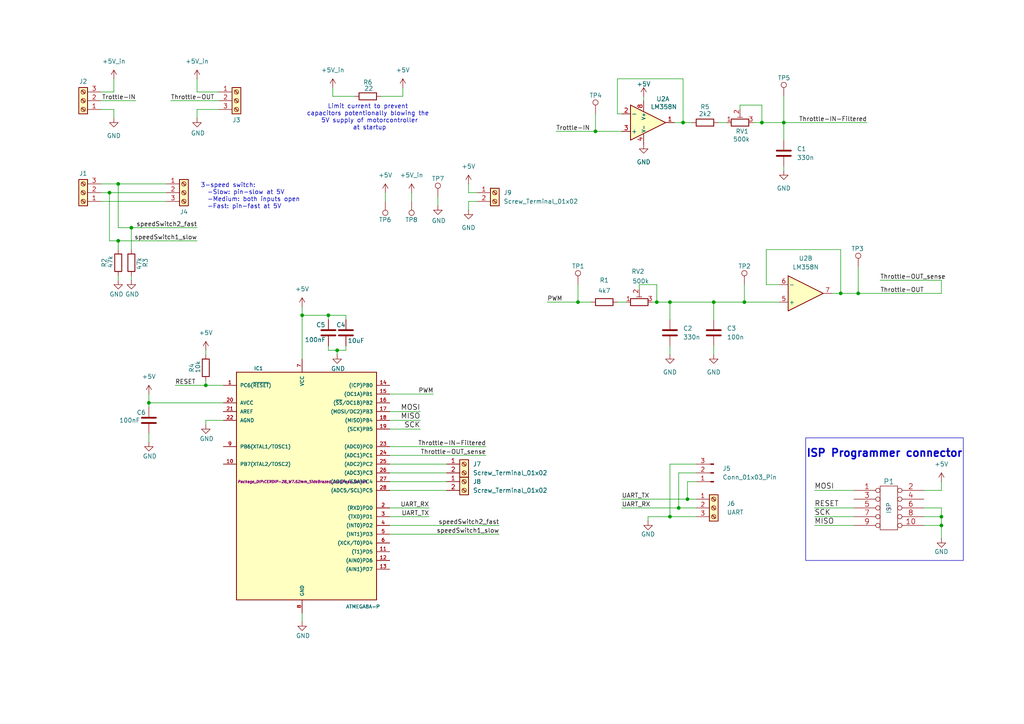
<source format=kicad_sch>
(kicad_sch (version 20231120) (generator "eeschema") (generator_version "8.0")
  (paper "A4")
  (lib_symbols
    (symbol "Amplifier_Operational_AKL:LM358N" (pin_names (offset 0.2))
      (property "Reference" "U" (at 1.27 6.35 0))
      (property "Value" "LM358N" (at 1.27 3.81 0))
      (symbol "LM358N_0_1"
        (polyline (pts (xy -3.81 5.08) (xy -3.81 -5.08) (xy 6.35 0) (xy -3.81 5.08)) (stroke (width 0.254)) (fill (type background)))
      )
      (symbol "LM358N_1_1"
        (pin output line (at 8.89 0 180) (length 2.54) (name "~") (number "1"))
        (pin input line (at -6.35 2.54 0) (length 2.54) (name "-") (number "2"))
        (pin input line (at -6.35 -2.54 0) (length 2.54) (name "+") (number "3"))
        (pin power_in line (at 0 -6.35 90) (length 3.18) (name "V-") (number "4"))
        (pin power_in line (at 0 6.35 270) (length 3.18) (name "V+") (number "8"))
      )
      (symbol "LM358N_2_1"
        (pin input line (at -6.35 -2.54 0) (length 2.54) (name "+") (number "5"))
        (pin input line (at -6.35 2.54 0) (length 2.54) (name "-") (number "6"))
        (pin output line (at 8.89 0 180) (length 2.54) (name "~") (number "7"))
      )
    )
    (symbol "Connector:Conn_01x03_Pin" (pin_names (offset 1.016) hide)
      (property "Reference" "J" (at 0 5.08 0))
      (property "Value" "Conn_01x03_Pin" (at 0 -5.08 0))
      (symbol "Conn_01x03_Pin_1_1"
        (polyline (pts (xy 1.27 -2.54) (xy 0.8636 -2.54)) (stroke (width 0.1524)))
        (polyline (pts (xy 1.27 0) (xy 0.8636 0)) (stroke (width 0.1524)))
        (polyline (pts (xy 1.27 2.54) (xy 0.8636 2.54)) (stroke (width 0.1524)))
        (rectangle (start 0.8636 -2.413) (end 0 -2.667) (stroke (width 0.1524)) (fill (type outline)))
        (rectangle (start 0.8636 0.127) (end 0 -0.127) (stroke (width 0.1524)) (fill (type outline)))
        (rectangle (start 0.8636 2.667) (end 0 2.413) (stroke (width 0.1524)) (fill (type outline)))
        (pin passive line (at 5.08 2.54 180) (length 3.81) (name "Pin_1") (number "1"))
        (pin passive line (at 5.08 0 180) (length 3.81) (name "Pin_2") (number "2"))
        (pin passive line (at 5.08 -2.54 180) (length 3.81) (name "Pin_3") (number "3"))
      )
    )
    (symbol "Connector:Screw_Terminal_01x02" (pin_names (offset 1.016) hide)
      (property "Reference" "J" (at 0 2.54 0))
      (property "Value" "Screw_Terminal_01x02" (at 0 -5.08 0))
      (symbol "Screw_Terminal_01x02_1_1"
        (rectangle (start -1.27 1.27) (end 1.27 -3.81) (stroke (width 0.254)) (fill (type background)))
        (circle (center 0 -2.54) (radius 0.635) (stroke (width 0.1524)))
        (polyline (pts (xy -0.5334 -2.2098) (xy 0.3302 -3.048)) (stroke (width 0.1524)))
        (polyline (pts (xy -0.5334 0.3302) (xy 0.3302 -0.508)) (stroke (width 0.1524)))
        (polyline (pts (xy -0.3556 -2.032) (xy 0.508 -2.8702)) (stroke (width 0.1524)))
        (polyline (pts (xy -0.3556 0.508) (xy 0.508 -0.3302)) (stroke (width 0.1524)))
        (circle (center 0 0) (radius 0.635) (stroke (width 0.1524)))
        (pin passive line (at -5.08 0 0) (length 3.81) (name "Pin_1") (number "1"))
        (pin passive line (at -5.08 -2.54 0) (length 3.81) (name "Pin_2") (number "2"))
      )
    )
    (symbol "Connector:Screw_Terminal_01x03" (pin_names (offset 1.016) hide)
      (property "Reference" "J" (at 0 5.08 0))
      (property "Value" "Screw_Terminal_01x03" (at 0 -5.08 0))
      (symbol "Screw_Terminal_01x03_1_1"
        (rectangle (start -1.27 3.81) (end 1.27 -3.81) (stroke (width 0.254)) (fill (type background)))
        (circle (center 0 -2.54) (radius 0.635) (stroke (width 0.1524)))
        (polyline (pts (xy -0.5334 -2.2098) (xy 0.3302 -3.048)) (stroke (width 0.1524)))
        (polyline (pts (xy -0.5334 0.3302) (xy 0.3302 -0.508)) (stroke (width 0.1524)))
        (polyline (pts (xy -0.5334 2.8702) (xy 0.3302 2.032)) (stroke (width 0.1524)))
        (polyline (pts (xy -0.3556 -2.032) (xy 0.508 -2.8702)) (stroke (width 0.1524)))
        (polyline (pts (xy -0.3556 0.508) (xy 0.508 -0.3302)) (stroke (width 0.1524)))
        (polyline (pts (xy -0.3556 3.048) (xy 0.508 2.2098)) (stroke (width 0.1524)))
        (circle (center 0 0) (radius 0.635) (stroke (width 0.1524)))
        (circle (center 0 2.54) (radius 0.635) (stroke (width 0.1524)))
        (pin passive line (at -5.08 2.54 0) (length 3.81) (name "Pin_1") (number "1"))
        (pin passive line (at -5.08 0 0) (length 3.81) (name "Pin_2") (number "2"))
        (pin passive line (at -5.08 -2.54 0) (length 3.81) (name "Pin_3") (number "3"))
      )
    )
    (symbol "Connector:TestPoint" (pin_numbers hide) (pin_names (offset 0.762) hide)
      (property "Reference" "TP" (at 0 6.858 0))
      (property "Value" "TestPoint" (at 0 5.08 0))
      (symbol "TestPoint_0_1"
        (circle (center 0 3.302) (radius 0.762))
      )
      (symbol "TestPoint_1_1"
        (pin passive line (at 0 0 90) (length 2.54) (name "1") (number "1"))
      )
    )
    (symbol "Device:C" (pin_numbers hide) (pin_names (offset 0.254))
      (property "Reference" "C" (at 0.635 2.54 0))
      (property "Value" "C" (at 0.635 -2.54 0))
      (symbol "C_0_1"
        (polyline (pts (xy -2.032 -0.762) (xy 2.032 -0.762)) (stroke (width 0.508)))
        (polyline (pts (xy -2.032 0.762) (xy 2.032 0.762)) (stroke (width 0.508)))
      )
      (symbol "C_1_1"
        (pin passive line (at 0 3.81 270) (length 2.794) (name "~") (number "1"))
        (pin passive line (at 0 -3.81 90) (length 2.794) (name "~") (number "2"))
      )
    )
    (symbol "Device:R" (pin_numbers hide) (pin_names (offset 0))
      (property "Reference" "R" (at 2.032 0 90))
      (property "Value" "R" (at 0 0 90))
      (symbol "R_0_1"
        (rectangle (start -1.016 -2.54) (end 1.016 2.54) (stroke (width 0.254)))
      )
      (symbol "R_1_1"
        (pin passive line (at 0 3.81 270) (length 1.27) (name "~") (number "1"))
        (pin passive line (at 0 -3.81 90) (length 1.27) (name "~") (number "2"))
      )
    )
    (symbol "Device:R_Potentiometer_Trim" (pin_names (offset 1.016) hide)
      (property "Reference" "RV" (at -4.445 0 90))
      (property "Value" "R_Potentiometer_Trim" (at -2.54 0 90))
      (symbol "R_Potentiometer_Trim_0_1"
        (polyline (pts (xy 1.524 0.762) (xy 1.524 -0.762)))
        (polyline (pts (xy 2.54 0) (xy 1.524 0)))
        (rectangle (start 1.016 2.54) (end -1.016 -2.54) (stroke (width 0.254)))
      )
      (symbol "R_Potentiometer_Trim_1_1"
        (pin passive line (at 0 3.81 270) (length 1.27) (name "1") (number "1"))
        (pin passive line (at 3.81 0 180) (length 1.27) (name "2") (number "2"))
        (pin passive line (at 0 -3.81 90) (length 1.27) (name "3") (number "3"))
      )
    )
    (symbol "control-rescue:ATMEGA8A-P" (pin_names (offset 1.016))
      (property "Reference" "IC" (at -19.05 33.02 0))
      (property "Value" "ATMEGA8A-P" (at 12.7 -36.83 0))
      (property "Footprint" "DIL28" (at 0 0 0))
      (symbol "ATMEGA8A-P_0_1"
        (rectangle (start -19.05 31.75) (end 21.59 -34.29) (stroke (width 0.254)) (fill (type background)))
      )
      (symbol "ATMEGA8A-P_1_1"
        (pin bidirectional line (at -22.86 27.94 0) (length 3.81) (name "PC6(~{RESET})") (number "1"))
        (pin bidirectional line (at -22.86 5.08 0) (length 3.81) (name "PB7(XTAL2/TOSC2)") (number "10"))
        (pin bidirectional line (at 25.4 -20.32 180) (length 3.81) (name "(T1)PD5") (number "11"))
        (pin bidirectional line (at 25.4 -22.86 180) (length 3.81) (name "(AIN0)PD6") (number "12"))
        (pin bidirectional line (at 25.4 -25.4 180) (length 3.81) (name "(AIN1)PD7") (number "13"))
        (pin bidirectional line (at 25.4 27.94 180) (length 3.81) (name "(ICP)PB0") (number "14"))
        (pin bidirectional line (at 25.4 25.4 180) (length 3.81) (name "(OC1A)PB1") (number "15"))
        (pin bidirectional line (at 25.4 22.86 180) (length 3.81) (name "(~{SS}/OC1B)PB2") (number "16"))
        (pin bidirectional line (at 25.4 20.32 180) (length 3.81) (name "(MOSI/OC2)PB3") (number "17"))
        (pin bidirectional line (at 25.4 17.78 180) (length 3.81) (name "(MISO)PB4") (number "18"))
        (pin bidirectional line (at 25.4 15.24 180) (length 3.81) (name "(SCK)PB5") (number "19"))
        (pin bidirectional line (at 25.4 -7.62 180) (length 3.81) (name "(RXD)PD0") (number "2"))
        (pin power_in line (at -22.86 22.86 0) (length 3.81) (name "AVCC") (number "20"))
        (pin bidirectional line (at -22.86 20.32 0) (length 3.81) (name "AREF") (number "21"))
        (pin power_in line (at -22.86 17.78 0) (length 3.81) (name "AGND") (number "22"))
        (pin bidirectional line (at 25.4 10.16 180) (length 3.81) (name "(ADC0)PC0") (number "23"))
        (pin bidirectional line (at 25.4 7.62 180) (length 3.81) (name "(ADC1)PC1") (number "24"))
        (pin bidirectional line (at 25.4 5.08 180) (length 3.81) (name "(ADC2)PC2") (number "25"))
        (pin bidirectional line (at 25.4 2.54 180) (length 3.81) (name "(ADC3)PC3") (number "26"))
        (pin bidirectional line (at 25.4 0 180) (length 3.81) (name "(ADC4/SDA)PC4") (number "27"))
        (pin bidirectional line (at 25.4 -2.54 180) (length 3.81) (name "(ADC5/SCL)PC5") (number "28"))
        (pin bidirectional line (at 25.4 -10.16 180) (length 3.81) (name "(TXD)PD1") (number "3"))
        (pin bidirectional line (at 25.4 -12.7 180) (length 3.81) (name "(INT0)PD2") (number "4"))
        (pin bidirectional line (at 25.4 -15.24 180) (length 3.81) (name "(INT1)PD3") (number "5"))
        (pin bidirectional line (at 25.4 -17.78 180) (length 3.81) (name "(XCK/T0)PD4") (number "6"))
        (pin power_in line (at 0 35.56 270) (length 3.81) (name "VCC") (number "7"))
        (pin power_in line (at 0 -38.1 90) (length 3.81) (name "GND") (number "8"))
        (pin bidirectional line (at -22.86 10.16 0) (length 3.81) (name "PB6(XTAL1/TOSC1)") (number "9"))
      )
    )
    (symbol "control-rescue:CONN_5X2" (pin_names (offset 1.016))
      (property "Reference" "P" (at 0 7.62 0))
      (property "Value" "CONN_5X2" (at 0 0 90))
      (symbol "CONN_5X2_0_1"
        (rectangle (start -2.54 6.35) (end 2.54 -6.35))
      )
      (symbol "CONN_5X2_1_1"
        (pin passive inverted (at -10.16 5.08 0) (length 7.62) (name "~") (number "1"))
        (pin passive inverted (at 10.16 -5.08 180) (length 7.62) (name "~") (number "10"))
        (pin passive inverted (at 10.16 5.08 180) (length 7.62) (name "~") (number "2"))
        (pin passive inverted (at -10.16 2.54 0) (length 7.62) (name "~") (number "3"))
        (pin passive inverted (at 10.16 2.54 180) (length 7.62) (name "~") (number "4"))
        (pin passive inverted (at -10.16 0 0) (length 7.62) (name "~") (number "5"))
        (pin passive inverted (at 10.16 0 180) (length 7.62) (name "~") (number "6"))
        (pin passive inverted (at -10.16 -2.54 0) (length 7.62) (name "~") (number "7"))
        (pin passive inverted (at 10.16 -2.54 180) (length 7.62) (name "~") (number "8"))
        (pin passive inverted (at -10.16 -5.08 0) (length 7.62) (name "~") (number "9"))
      )
    )
    (symbol "power:+5V" (power) (pin_numbers hide) (pin_names (offset 0) hide)
      (property "Value" "+5V" (at 0 3.556 0))
      (symbol "+5V_0_1"
        (polyline (pts (xy -0.762 1.27) (xy 0 2.54)))
        (polyline (pts (xy 0 0) (xy 0 2.54)))
        (polyline (pts (xy 0 2.54) (xy 0.762 1.27)))
      )
      (symbol "+5V_1_1"
        (pin power_in line (at 0 0 90) (length 0) (name "~") (number "1"))
      )
    )
    (symbol "power:+5VA" (power) (pin_numbers hide) (pin_names (offset 0) hide)
      (property "Value" "+5VA" (at 0 3.556 0))
      (symbol "+5VA_0_1"
        (polyline (pts (xy -0.762 1.27) (xy 0 2.54)))
        (polyline (pts (xy 0 0) (xy 0 2.54)))
        (polyline (pts (xy 0 2.54) (xy 0.762 1.27)))
      )
      (symbol "+5VA_1_1"
        (pin power_in line (at 0 0 90) (length 0) (name "~") (number "1"))
      )
    )
    (symbol "power:GND" (power) (pin_numbers hide) (pin_names (offset 0) hide)
      (property "Value" "GND" (at 0 -3.81 0))
      (symbol "GND_0_1"
        (polyline (pts (xy 0 0) (xy 0 -1.27) (xy 1.27 -1.27) (xy 0 -2.54) (xy -1.27 -1.27) (xy 0 -1.27)))
      )
      (symbol "GND_1_1"
        (pin power_in line (at 0 0 270) (length 0) (name "~") (number "1"))
      )
    )
  )
  (junction (at 87.63 91.44))
  (junction (at 95.25 91.44))
  (junction (at 215.9 87.63))
  (junction (at 198.12 35.56))
  (junction (at 273.05 152.4))
  (junction (at 59.69 111.76))
  (junction (at 194.31 87.63))
  (junction (at 97.79 101.6))
  (junction (at 194.31 149.86))
  (junction (at 31.75 55.88))
  (junction (at 34.29 69.85))
  (junction (at 38.1 66.04))
  (junction (at 207.01 87.63))
  (junction (at 227.33 35.56))
  (junction (at 34.29 53.34))
  (junction (at 190.5 87.63))
  (junction (at 196.85 147.32))
  (junction (at 220.98 35.56))
  (junction (at 172.72 38.1))
  (junction (at 273.05 149.86))
  (junction (at 248.92 85.09))
  (junction (at 167.64 87.63))
  (junction (at 199.39 144.78))
  (junction (at 243.84 85.09))
  (junction (at 43.18 116.84))
  (wire (pts (xy 57.15 34.29) (xy 57.15 31.75)))
  (wire (pts (xy 113.03 132.08) (xy 140.97 132.08)))
  (wire (pts (xy 29.21 29.21) (xy 39.37 29.21)))
  (wire (pts (xy 195.58 35.56) (xy 198.12 35.56)))
  (wire (pts (xy 38.1 80.01) (xy 38.1 81.28)))
  (wire (pts (xy 113.03 129.54) (xy 140.97 129.54)))
  (wire (pts (xy 57.15 22.86) (xy 57.15 26.67)))
  (wire (pts (xy 167.64 87.63) (xy 171.45 87.63)))
  (wire (pts (xy 227.33 35.56) (xy 227.33 40.64)))
  (wire (pts (xy 59.69 101.6) (xy 59.69 102.87)))
  (wire (pts (xy 201.93 137.16) (xy 196.85 137.16)))
  (wire (pts (xy 207.01 100.33) (xy 207.01 102.87)))
  (wire (pts (xy 185.42 83.82) (xy 185.42 82.55)))
  (wire (pts (xy 243.84 85.09) (xy 248.92 85.09)))
  (wire (pts (xy 59.69 111.76) (xy 64.77 111.76)))
  (wire (pts (xy 201.93 139.7) (xy 199.39 139.7)))
  (wire (pts (xy 113.03 154.94) (xy 144.78 154.94)))
  (wire (pts (xy 267.97 152.4) (xy 273.05 152.4)))
  (wire (pts (xy 172.72 33.02) (xy 172.72 38.1)))
  (wire (pts (xy 196.85 147.32) (xy 201.93 147.32)))
  (wire (pts (xy 100.33 91.44) (xy 95.25 91.44)))
  (wire (pts (xy 207.01 87.63) (xy 215.9 87.63)))
  (wire (pts (xy 95.25 101.6) (xy 97.79 101.6)))
  (wire (pts (xy 116.84 25.4) (xy 116.84 27.94)))
  (wire (pts (xy 33.02 26.67) (xy 29.21 26.67)))
  (wire (pts (xy 243.84 72.39) (xy 243.84 85.09)))
  (wire (pts (xy 172.72 38.1) (xy 180.34 38.1)))
  (wire (pts (xy 135.89 53.34) (xy 135.89 55.88)))
  (wire (pts (xy 273.05 147.32) (xy 267.97 147.32)))
  (wire (pts (xy 95.25 100.33) (xy 95.25 101.6)))
  (wire (pts (xy 97.79 101.6) (xy 97.79 102.87)))
  (wire (pts (xy 180.34 144.78) (xy 199.39 144.78)))
  (wire (pts (xy 227.33 48.26) (xy 227.33 49.53)))
  (wire (pts (xy 57.15 26.67) (xy 63.5 26.67)))
  (wire (pts (xy 194.31 134.62) (xy 194.31 149.86)))
  (wire (pts (xy 179.07 22.86) (xy 198.12 22.86)))
  (wire (pts (xy 87.63 177.8) (xy 87.63 180.34)))
  (wire (pts (xy 187.96 151.13) (xy 187.96 149.86)))
  (wire (pts (xy 38.1 66.04) (xy 34.29 66.04)))
  (wire (pts (xy 215.9 87.63) (xy 226.06 87.63)))
  (wire (pts (xy 220.98 35.56) (xy 227.33 35.56)))
  (wire (pts (xy 121.92 119.38) (xy 113.03 119.38)))
  (wire (pts (xy 208.28 35.56) (xy 210.82 35.56)))
  (wire (pts (xy 255.27 81.28) (xy 273.05 81.28)))
  (wire (pts (xy 43.18 114.3) (xy 43.18 116.84)))
  (wire (pts (xy 59.69 121.92) (xy 59.69 123.19)))
  (wire (pts (xy 113.03 137.16) (xy 129.54 137.16)))
  (wire (pts (xy 180.34 147.32) (xy 196.85 147.32)))
  (wire (pts (xy 248.92 85.09) (xy 273.05 85.09)))
  (wire (pts (xy 34.29 69.85) (xy 34.29 72.39)))
  (wire (pts (xy 241.3 85.09) (xy 243.84 85.09)))
  (wire (pts (xy 248.92 77.47) (xy 248.92 85.09)))
  (wire (pts (xy 215.9 82.55) (xy 215.9 87.63)))
  (wire (pts (xy 273.05 81.28) (xy 273.05 85.09)))
  (wire (pts (xy 59.69 110.49) (xy 59.69 111.76)))
  (wire (pts (xy 135.89 60.96) (xy 135.89 58.42)))
  (wire (pts (xy 267.97 149.86) (xy 273.05 149.86)))
  (wire (pts (xy 273.05 149.86) (xy 273.05 152.4)))
  (wire (pts (xy 113.03 139.7) (xy 129.54 139.7)))
  (wire (pts (xy 33.02 31.75) (xy 29.21 31.75)))
  (wire (pts (xy 33.02 34.29) (xy 33.02 31.75)))
  (wire (pts (xy 273.05 142.24) (xy 273.05 139.7)))
  (wire (pts (xy 113.03 147.32) (xy 124.46 147.32)))
  (wire (pts (xy 187.96 149.86) (xy 194.31 149.86)))
  (wire (pts (xy 113.03 121.92) (xy 121.92 121.92)))
  (wire (pts (xy 227.33 35.56) (xy 251.46 35.56)))
  (wire (pts (xy 95.25 91.44) (xy 87.63 91.44)))
  (wire (pts (xy 247.65 152.4) (xy 236.22 152.4)))
  (wire (pts (xy 29.21 58.42) (xy 48.26 58.42)))
  (wire (pts (xy 179.07 87.63) (xy 181.61 87.63)))
  (wire (pts (xy 135.89 55.88) (xy 138.43 55.88)))
  (wire (pts (xy 220.98 30.48) (xy 220.98 35.56)))
  (wire (pts (xy 97.79 101.6) (xy 100.33 101.6)))
  (wire (pts (xy 273.05 147.32) (xy 273.05 149.86)))
  (wire (pts (xy 222.25 82.55) (xy 222.25 72.39)))
  (wire (pts (xy 189.23 87.63) (xy 190.5 87.63)))
  (wire (pts (xy 267.97 142.24) (xy 273.05 142.24)))
  (wire (pts (xy 113.03 114.3) (xy 125.73 114.3)))
  (wire (pts (xy 236.22 149.86) (xy 247.65 149.86)))
  (wire (pts (xy 29.21 53.34) (xy 34.29 53.34)))
  (wire (pts (xy 214.63 30.48) (xy 220.98 30.48)))
  (wire (pts (xy 57.15 31.75) (xy 63.5 31.75)))
  (wire (pts (xy 247.65 147.32) (xy 236.22 147.32)))
  (wire (pts (xy 64.77 121.92) (xy 59.69 121.92)))
  (wire (pts (xy 87.63 91.44) (xy 87.63 104.14)))
  (wire (pts (xy 167.64 82.55) (xy 167.64 87.63)))
  (wire (pts (xy 96.52 25.4) (xy 96.52 27.94)))
  (wire (pts (xy 34.29 66.04) (xy 34.29 53.34)))
  (wire (pts (xy 113.03 149.86) (xy 124.46 149.86)))
  (wire (pts (xy 119.38 58.42) (xy 119.38 55.88)))
  (wire (pts (xy 207.01 87.63) (xy 194.31 87.63)))
  (wire (pts (xy 31.75 69.85) (xy 31.75 55.88)))
  (wire (pts (xy 198.12 35.56) (xy 200.66 35.56)))
  (wire (pts (xy 198.12 22.86) (xy 198.12 35.56)))
  (wire (pts (xy 179.07 33.02) (xy 179.07 22.86)))
  (wire (pts (xy 127 57.15) (xy 127 59.69)))
  (wire (pts (xy 34.29 53.34) (xy 48.26 53.34)))
  (wire (pts (xy 43.18 116.84) (xy 64.77 116.84)))
  (wire (pts (xy 199.39 139.7) (xy 199.39 144.78)))
  (wire (pts (xy 273.05 152.4) (xy 273.05 156.21)))
  (wire (pts (xy 87.63 91.44) (xy 87.63 88.9)))
  (wire (pts (xy 95.25 91.44) (xy 95.25 92.71)))
  (wire (pts (xy 33.02 22.86) (xy 33.02 26.67)))
  (wire (pts (xy 34.29 69.85) (xy 31.75 69.85)))
  (wire (pts (xy 121.92 124.46) (xy 113.03 124.46)))
  (wire (pts (xy 218.44 35.56) (xy 220.98 35.56)))
  (wire (pts (xy 57.15 69.85) (xy 34.29 69.85)))
  (wire (pts (xy 207.01 92.71) (xy 207.01 87.63)))
  (wire (pts (xy 100.33 92.71) (xy 100.33 91.44)))
  (wire (pts (xy 227.33 27.94) (xy 227.33 35.56)))
  (wire (pts (xy 38.1 66.04) (xy 38.1 72.39)))
  (wire (pts (xy 113.03 152.4) (xy 144.78 152.4)))
  (wire (pts (xy 158.75 87.63) (xy 167.64 87.63)))
  (wire (pts (xy 201.93 134.62) (xy 194.31 134.62)))
  (wire (pts (xy 50.8 111.76) (xy 59.69 111.76)))
  (wire (pts (xy 236.22 142.24) (xy 247.65 142.24)))
  (wire (pts (xy 113.03 134.62) (xy 129.54 134.62)))
  (wire (pts (xy 222.25 72.39) (xy 243.84 72.39)))
  (wire (pts (xy 43.18 125.73) (xy 43.18 128.27)))
  (wire (pts (xy 31.75 55.88) (xy 48.26 55.88)))
  (wire (pts (xy 194.31 87.63) (xy 194.31 92.71)))
  (wire (pts (xy 190.5 82.55) (xy 190.5 87.63)))
  (wire (pts (xy 100.33 101.6) (xy 100.33 100.33)))
  (wire (pts (xy 57.15 66.04) (xy 38.1 66.04)))
  (wire (pts (xy 180.34 33.02) (xy 179.07 33.02)))
  (wire (pts (xy 186.69 27.94) (xy 186.69 29.21)))
  (wire (pts (xy 116.84 27.94) (xy 110.49 27.94)))
  (wire (pts (xy 135.89 58.42) (xy 138.43 58.42)))
  (wire (pts (xy 96.52 27.94) (xy 102.87 27.94)))
  (wire (pts (xy 194.31 100.33) (xy 194.31 102.87)))
  (wire (pts (xy 226.06 82.55) (xy 222.25 82.55)))
  (wire (pts (xy 194.31 149.86) (xy 201.93 149.86)))
  (wire (pts (xy 111.76 58.42) (xy 111.76 55.88)))
  (wire (pts (xy 43.18 116.84) (xy 43.18 118.11)))
  (wire (pts (xy 161.29 38.1) (xy 172.72 38.1)))
  (wire (pts (xy 190.5 87.63) (xy 194.31 87.63)))
  (wire (pts (xy 29.21 55.88) (xy 31.75 55.88)))
  (wire (pts (xy 185.42 82.55) (xy 190.5 82.55)))
  (wire (pts (xy 196.85 137.16) (xy 196.85 147.32)))
  (wire (pts (xy 113.03 142.24) (xy 129.54 142.24)))
  (wire (pts (xy 49.53 29.21) (xy 63.5 29.21)))
  (wire (pts (xy 199.39 144.78) (xy 201.93 144.78)))
  (wire (pts (xy 214.63 31.75) (xy 214.63 30.48)))
  (wire (pts (xy 34.29 80.01) (xy 34.29 81.28)))
  (rectangle (start 233.68 127) (end 279.4 162.56))
  (text "ISP Programmer connector" (exclude_from_sim yes) (at 256.54 131.572 0) (effects (font (size 2.2 2.2) (thickness 0.44) (bold yes))))
  (text "Limit current to prevent \ncapacitors potentionally blowing the \n5V supply of motorcontroller\nat startup" (at 107.188 34.036 0) (effects (font (size 1.27 1.27))))
  (text "3-speed switch:\n  -Slow: pin-slow at 5V\n  -Medium: both inputs open\n  -Fast: pin-fast at 5V" (at 58.166 56.896 0) (effects (font (size 1.27 1.27)) (justify left)))
  (label "MOSI" (at 121.92 119.38 180) (effects (font (size 1.524 1.524))))
  (label "speedSwitch1_slow" (at 144.78 154.94 180))
  (label "speedSwitch2_fast" (at 57.15 66.04 180))
  (label "Trottle-IN" (at 161.29 38.1 0))
  (label "MOSI" (at 236.22 142.24 0) (effects (font (size 1.524 1.524))))
  (label "UART_TX" (at 180.34 144.78 0))
  (label "speedSwitch2_fast" (at 144.78 152.4 180))
  (label "PWM" (at 125.73 114.3 180))
  (label "SCK" (at 121.92 124.46 180) (effects (font (size 1.524 1.524))))
  (label "Throttle-OUT" (at 267.97 85.09 180))
  (label "UART_RX" (at 180.34 147.32 0))
  (label "PWM" (at 158.75 87.63 0))
  (label "Trottle-IN" (at 39.37 29.21 180))
  (label "Throttle-OUT" (at 49.53 29.21 0))
  (label "Throttle-IN-Filtered" (at 140.97 129.54 180))
  (label "UART_TX" (at 124.46 149.86 180))
  (label "SCK" (at 236.22 149.86 0) (effects (font (size 1.524 1.524))))
  (label "MISO" (at 121.92 121.92 180) (effects (font (size 1.524 1.524))))
  (label "MISO" (at 236.22 152.4 0) (effects (font (size 1.524 1.524))))
  (label "RESET" (at 50.8 111.76 0))
  (label "RESET" (at 236.22 147.32 0) (effects (font (size 1.524 1.524))))
  (label "Throttle-OUT_sense" (at 255.27 81.28 0))
  (label "UART_RX" (at 124.46 147.32 180))
  (label "Throttle-OUT_sense" (at 140.97 132.08 180))
  (label "speedSwitch1_slow" (at 57.15 69.85 180))
  (label "Throttle-IN-Filtered" (at 251.46 35.56 180))
  (symbol (lib_id "Connector:TestPoint") (at 119.38 58.42 180) (unit 1)
    (property "Reference" "TP8" (at 121.158 63.754 0) (effects (justify left)))
    (property "Value" "TestPoint" (effects (hide yes)))
    (property "Description" "test point" (effects (hide yes)))
  )
  (symbol (lib_id "power:+5V") (at 116.84 25.4 0) (unit 1)
    (property "Reference" "#PWR06" (effects (hide yes)))
    (property "Value" "+5V" (at 116.84 20.32 0))
    (property "Description" "Power symbol creates a global label with name \"+5V\"" (effects (hide yes)))
  )
  (symbol (lib_id "Connector:TestPoint") (at 215.9 82.55 0) (unit 1)
    (property "Reference" "TP2" (at 214.122 77.216 0) (effects (justify left)))
    (property "Value" "TestPoint" (effects (hide yes)))
    (property "Description" "test point" (effects (hide yes)))
  )
  (symbol (lib_id "Device:R_Potentiometer_Trim") (at 185.42 87.63 90) (unit 1)
    (property "Reference" "RV2" (at 183.134 78.74 90) (effects (justify right)))
    (property "Value" "500k" (at 183.388 81.534 90) (effects (justify right)))
    (property "Description" "Trim-potentiometer" (effects (hide yes)))
  )
  (symbol (lib_id "Connector:Screw_Terminal_01x02") (at 143.51 55.88 0) (unit 1)
    (property "Reference" "J9" (at 146.05 55.8799 0) (effects (justify left)))
    (property "Value" "Screw_Terminal_01x02" (at 146.05 58.4199 0) (effects (justify left)))
    (property "Description" "Generic screw terminal, single row, 01x02, script generated (kicad-library-utils/schlib/autogen/connector/)" (effects (hide yes)))
  )
  (symbol (lib_id "power:GND") (at 127 59.69 0) (unit 1)
    (property "Reference" "#PWR011" (effects (hide yes)))
    (property "Value" "GND" (at 127.254 64.008 0))
    (property "Description" "Power symbol creates a global label with name \"GND\" , ground" (effects (hide yes)))
  )
  (symbol (lib_id "Amplifier_Operational_AKL:LM358N") (at 232.41 85.09 0) (unit 2)
    (property "Reference" "U2" (at 233.68 74.93 0))
    (property "Value" "LM358N" (at 233.68 77.47 0))
    (property "Footprint" "Package_DIP_AKL:DIP-8_W7.62mm_LongPads" (effects (hide yes)))
    (property "Datasheet" "https://www.ti.com/lit/ds/symlink/lm158-n.pdf" (effects (hide yes)))
    (property "Description" "DIP-8 Dual Operational Amplifier, 7mV Offset, 1MHz GBW, Alternate KiCAD Library" (effects (hide yes)))
  )
  (symbol (lib_id "Connector:Screw_Terminal_01x02") (at 134.62 139.7 0) (unit 1)
    (property "Reference" "J8" (at 137.16 139.6999 0) (effects (justify left)))
    (property "Value" "Screw_Terminal_01x02" (at 137.16 142.2399 0) (effects (justify left)))
    (property "Description" "Generic screw terminal, single row, 01x02, script generated (kicad-library-utils/schlib/autogen/connector/)" (effects (hide yes)))
  )
  (symbol (lib_id "power:+5VA") (at 96.52 25.4 0) (unit 1)
    (property "Reference" "#PWR024" (effects (hide yes)))
    (property "Value" "+5V_in" (at 96.52 20.32 0))
    (property "Description" "Power symbol creates a global label with name \"+5VA\"" (effects (hide yes)))
  )
  (symbol (lib_id "power:GND") (at 97.79 102.87 0) (unit 1)
    (property "Reference" "#PWR018" (effects (hide yes)))
    (property "Value" "GND" (at 98.044 106.934 0))
    (property "Description" "Power symbol creates a global label with name \"GND\" , ground" (effects (hide yes)))
  )
  (symbol (lib_id "power:+5VA") (at 33.02 22.86 0) (unit 1)
    (property "Reference" "#PWR023" (effects (hide yes)))
    (property "Value" "+5V_in" (at 33.02 17.78 0))
    (property "Description" "Power symbol creates a global label with name \"+5VA\"" (effects (hide yes)))
  )
  (symbol (lib_id "power:+5V") (at 59.69 101.6 0) (unit 1)
    (property "Reference" "#PWR016" (effects (hide yes)))
    (property "Value" "+5V" (at 59.69 96.52 0))
    (property "Description" "Power symbol creates a global label with name \"+5V\"" (effects (hide yes)))
  )
  (symbol (lib_id "Device:C") (at 194.31 96.52 0) (unit 1)
    (property "Reference" "C2" (at 198.12 95.2499 0) (effects (justify left)))
    (property "Value" "330n" (at 198.12 97.7899 0) (effects (justify left)))
    (property "Description" "Unpolarized capacitor" (effects (hide yes)))
  )
  (symbol (lib_id "Connector:Screw_Terminal_01x03") (at 207.01 147.32 0) (unit 1)
    (property "Reference" "J6" (at 210.82 146.0499 0) (effects (justify left)))
    (property "Value" "UART" (at 210.82 148.5899 0) (effects (justify left)))
    (property "Description" "Generic screw terminal, single row, 01x03, script generated (kicad-library-utils/schlib/autogen/connector/)" (effects (hide yes)))
  )
  (symbol (lib_id "power:GND") (at 34.29 81.28 0) (unit 1)
    (property "Reference" "#PWR09" (effects (hide yes)))
    (property "Value" "GND" (at 33.782 85.344 0))
    (property "Description" "Power symbol creates a global label with name \"GND\" , ground" (effects (hide yes)))
  )
  (symbol (lib_id "power:GND") (at 43.18 128.27 0) (unit 1)
    (property "Reference" "#PWR015" (effects (hide yes)))
    (property "Value" "GND" (at 43.434 132.334 0))
    (property "Description" "Power symbol creates a global label with name \"GND\" , ground" (effects (hide yes)))
  )
  (symbol (lib_id "Connector:TestPoint") (at 227.33 27.94 0) (unit 1)
    (property "Reference" "TP5" (at 225.552 22.606 0) (effects (justify left)))
    (property "Value" "TestPoint" (effects (hide yes)))
    (property "Description" "test point" (effects (hide yes)))
  )
  (symbol (lib_id "Device:R") (at 34.29 76.2 180) (unit 1)
    (property "Reference" "R2" (at 30.226 76.2 90))
    (property "Value" "47k" (at 32.004 75.946 90))
    (property "Description" "Resistor" (effects (hide yes)))
  )
  (symbol (lib_id "Connector:TestPoint") (at 111.76 58.42 180) (unit 1)
    (property "Reference" "TP6" (at 113.538 63.754 0) (effects (justify left)))
    (property "Value" "TestPoint" (effects (hide yes)))
    (property "Description" "test point" (effects (hide yes)))
  )
  (symbol (lib_id "Device:R") (at 204.47 35.56 90) (unit 1)
    (property "Reference" "R5" (at 204.47 30.988 90))
    (property "Value" "2k2" (at 204.47 33.02 90))
    (property "Description" "Resistor" (effects (hide yes)))
  )
  (symbol (lib_id "Connector:TestPoint") (at 127 57.15 0) (unit 1)
    (property "Reference" "TP7" (at 125.222 51.816 0) (effects (justify left)))
    (property "Value" "TestPoint" (effects (hide yes)))
    (property "Description" "test point" (effects (hide yes)))
  )
  (symbol (lib_id "Connector:TestPoint") (at 172.72 33.02 0) (unit 1)
    (property "Reference" "TP4" (at 170.942 27.686 0) (effects (justify left)))
    (property "Value" "TestPoint" (effects (hide yes)))
    (property "Description" "test point" (effects (hide yes)))
  )
  (symbol (lib_id "power:GND") (at 57.15 34.29 0) (unit 1)
    (property "Reference" "#PWR05" (effects (hide yes)))
    (property "Value" "GND" (at 57.404 38.608 0))
    (property "Description" "Power symbol creates a global label with name \"GND\" , ground" (effects (hide yes)))
  )
  (symbol (lib_id "Device:R") (at 175.26 87.63 90) (unit 1)
    (property "Reference" "R1" (at 175.26 81.28 90))
    (property "Value" "4k7" (at 175.26 84.328 90))
    (property "Description" "Resistor" (effects (hide yes)))
  )
  (symbol (lib_id "power:GND") (at 59.69 123.19 0) (unit 1)
    (property "Reference" "#PWR014" (effects (hide yes)))
    (property "Value" "GND" (at 59.944 127.254 0))
    (property "Description" "Power symbol creates a global label with name \"GND\" , ground" (effects (hide yes)))
  )
  (symbol (lib_id "control-rescue:CONN_5X2") (at 257.81 147.32 0) (unit 1)
    (property "Reference" "P1" (at 257.81 139.7 0) (effects (font (size 1.524 1.524))))
    (property "Value" "ISP" (at 257.81 147.32 90))
    (property "Footprint" "Connector_IDC:IDC-Header_2x05_P2.54mm_Vertical" (effects (hide yes)))
    (property "Datasheet" "~" (at 257.81 147.32 0) (effects (font (size 1.524 1.524))))
  )
  (symbol (lib_id "power:GND") (at 186.69 41.91 0) (unit 1)
    (property "Reference" "#PWR01" (effects (hide yes)))
    (property "Value" "GND" (at 186.69 46.99 0))
    (property "Description" "Power symbol creates a global label with name \"GND\" , ground" (effects (hide yes)))
  )
  (symbol (lib_id "power:+5V") (at 87.63 88.9 0) (unit 1)
    (property "Reference" "#PWR017" (effects (hide yes)))
    (property "Value" "+5V" (at 87.63 83.82 0))
    (property "Description" "Power symbol creates a global label with name \"+5V\"" (effects (hide yes)))
  )
  (symbol (lib_id "Connector:Screw_Terminal_01x03") (at 68.58 29.21 0) (unit 1)
    (property "Reference" "J3" (at 68.58 34.798 0))
    (property "Value" "Screw_Terminal_01x03" (effects (hide yes)))
    (property "Description" "Generic screw terminal, single row, 01x03, script generated (kicad-library-utils/schlib/autogen/connector/)" (effects (hide yes)))
  )
  (symbol (lib_id "Device:R") (at 38.1 76.2 0) (unit 1)
    (property "Reference" "R3" (at 42.164 76.2 90))
    (property "Value" "47k" (at 40.386 76.454 90))
    (property "Description" "Resistor" (effects (hide yes)))
  )
  (symbol (lib_id "Connector:TestPoint") (at 248.92 77.47 0) (unit 1)
    (property "Reference" "TP3" (at 246.888 72.136 0) (effects (justify left)))
    (property "Value" "TestPoint" (effects (hide yes)))
    (property "Description" "test point" (effects (hide yes)))
  )
  (symbol (lib_id "Connector:TestPoint") (at 167.64 82.55 0) (unit 1)
    (property "Reference" "TP1" (at 165.862 77.216 0) (effects (justify left)))
    (property "Value" "TestPoint" (effects (hide yes)))
    (property "Description" "test point" (effects (hide yes)))
  )
  (symbol (lib_id "power:+5V") (at 43.18 114.3 0) (unit 1)
    (property "Reference" "#PWR019" (effects (hide yes)))
    (property "Value" "+5V" (at 43.18 109.22 0))
    (property "Description" "Power symbol creates a global label with name \"+5V\"" (effects (hide yes)))
  )
  (symbol (lib_id "power:GND") (at 87.63 180.34 0) (unit 1)
    (property "Reference" "#PWR013" (effects (hide yes)))
    (property "Value" "GND" (at 87.884 184.404 0))
    (property "Description" "Power symbol creates a global label with name \"GND\" , ground" (effects (hide yes)))
  )
  (symbol (lib_id "Amplifier_Operational_AKL:LM358N") (at 186.69 35.56 0) (unit 1)
    (property "Reference" "U2" (at 192.278 28.702 0))
    (property "Value" "LM358N" (at 192.532 30.988 0))
    (property "Footprint" "Package_DIP_AKL:DIP-8_W7.62mm_LongPads" (effects (hide yes)))
    (property "Datasheet" "https://www.ti.com/lit/ds/symlink/lm158-n.pdf" (effects (hide yes)))
    (property "Description" "DIP-8 Dual Operational Amplifier, 7mV Offset, 1MHz GBW, Alternate KiCAD Library" (effects (hide yes)))
  )
  (symbol (lib_id "power:+5V") (at 186.69 27.94 0) (unit 1)
    (property "Reference" "#PWR026" (effects (hide yes)))
    (property "Value" "+5V" (at 186.69 24.384 0))
    (property "Description" "Power symbol creates a global label with name \"+5V\"" (effects (hide yes)))
  )
  (symbol (lib_id "Connector:Conn_01x03_Pin") (at 207.01 137.16 180) (unit 1)
    (property "Reference" "J5" (at 209.55 135.8899 0) (effects (justify right)))
    (property "Value" "Conn_01x03_Pin" (at 209.55 138.4299 0) (effects (justify right)))
    (property "Description" "Generic connector, single row, 01x03, script generated" (effects (hide yes)))
  )
  (symbol (lib_id "Connector:Screw_Terminal_01x03") (at 24.13 55.88 180) (unit 1)
    (property "Reference" "J1" (at 24.13 50.292 0))
    (property "Value" "Screw_Terminal_01x03" (effects (hide yes)))
    (property "Description" "Generic screw terminal, single row, 01x03, script generated (kicad-library-utils/schlib/autogen/connector/)" (effects (hide yes)))
  )
  (symbol (lib_id "power:+5VA") (at 57.15 22.86 0) (unit 1)
    (property "Reference" "#PWR04" (effects (hide yes)))
    (property "Value" "+5V_in" (at 57.15 17.78 0))
    (property "Description" "Power symbol creates a global label with name \"+5VA\"" (effects (hide yes)))
  )
  (symbol (lib_id "power:GND") (at 187.96 151.13 0) (unit 1)
    (property "Reference" "#PWR022" (effects (hide yes)))
    (property "Value" "GND" (at 187.96 154.94 0))
    (property "Description" "Power symbol creates a global label with name \"GND\" , ground" (effects (hide yes)))
  )
  (symbol (lib_id "Device:R") (at 59.69 106.68 180) (unit 1)
    (property "Reference" "R4" (at 55.626 106.68 90))
    (property "Value" "10k" (at 57.404 106.426 90))
    (property "Description" "Resistor" (effects (hide yes)))
  )
  (symbol (lib_id "Connector:Screw_Terminal_01x03") (at 53.34 55.88 0) (unit 1)
    (property "Reference" "J4" (at 53.34 61.468 0))
    (property "Value" "Screw_Terminal_01x03" (effects (hide yes)))
    (property "Description" "Generic screw terminal, single row, 01x03, script generated (kicad-library-utils/schlib/autogen/connector/)" (effects (hide yes)))
  )
  (symbol (lib_id "control-rescue:ATMEGA8A-P") (at 87.63 139.7 0) (unit 1)
    (property "Reference" "IC1" (at 73.66 107.442 0) (effects (font (size 1.016 1.016)) (justify left bottom)))
    (property "Value" "ATMEGA8A-P" (at 100.33 176.53 0) (effects (font (size 1.016 1.016)) (justify left bottom)))
    (property "Footprint" "Package_DIP:CERDIP-28_W7.62mm_SideBrazed_LongPads_Socket" (at 87.63 139.7 0) (effects (font (size 0.762 0.762) (italic yes))))
    (property "Datasheet" "~" (at 87.63 139.7 0) (effects (font (size 1.524 1.524))))
  )
  (symbol (lib_id "power:GND") (at 227.33 49.53 0) (unit 1)
    (property "Reference" "#PWR02" (effects (hide yes)))
    (property "Value" "GND" (at 227.33 54.61 0))
    (property "Description" "Power symbol creates a global label with name \"GND\" , ground" (effects (hide yes)))
  )
  (symbol (lib_id "power:GND") (at 273.05 156.21 0) (unit 1)
    (property "Reference" "#PWR021" (effects (hide yes)))
    (property "Value" "GND" (at 273.05 160.02 0))
    (property "Description" "Power symbol creates a global label with name \"GND\" , ground" (effects (hide yes)))
  )
  (symbol (lib_id "power:GND") (at 33.02 34.29 0) (unit 1)
    (property "Reference" "#PWR03" (effects (hide yes)))
    (property "Value" "GND" (at 33.02 39.37 0))
    (property "Description" "Power symbol creates a global label with name \"GND\" , ground" (effects (hide yes)))
  )
  (symbol (lib_id "Device:C") (at 95.25 96.52 0) (unit 1)
    (property "Reference" "C5" (at 91.694 94.234 0) (effects (justify left)))
    (property "Value" "100nF" (at 88.392 98.552 0) (effects (justify left)))
    (property "Description" "Unpolarized capacitor" (effects (hide yes)))
  )
  (symbol (lib_id "power:GND") (at 207.01 102.87 0) (unit 1)
    (property "Reference" "#PWR08" (effects (hide yes)))
    (property "Value" "GND" (at 207.01 107.95 0))
    (property "Description" "Power symbol creates a global label with name \"GND\" , ground" (effects (hide yes)))
  )
  (symbol (lib_id "Connector:Screw_Terminal_01x03") (at 24.13 29.21 180) (unit 1)
    (property "Reference" "J2" (at 24.13 23.622 0))
    (property "Value" "Screw_Terminal_01x03" (effects (hide yes)))
    (property "Description" "Generic screw terminal, single row, 01x03, script generated (kicad-library-utils/schlib/autogen/connector/)" (effects (hide yes)))
  )
  (symbol (lib_id "Device:C") (at 207.01 96.52 0) (unit 1)
    (property "Reference" "C3" (at 210.82 95.2499 0) (effects (justify left)))
    (property "Value" "100n" (at 210.82 97.7899 0) (effects (justify left)))
    (property "Description" "Unpolarized capacitor" (effects (hide yes)))
  )
  (symbol (lib_id "Device:C") (at 43.18 121.92 0) (unit 1)
    (property "Reference" "C6" (at 39.624 119.634 0) (effects (justify left)))
    (property "Value" "100nF" (at 34.544 121.92 0) (effects (justify left)))
    (property "Description" "Unpolarized capacitor" (effects (hide yes)))
  )
  (symbol (lib_id "power:+5V") (at 135.89 53.34 0) (unit 1)
    (property "Reference" "#PWR027" (effects (hide yes)))
    (property "Value" "+5V" (at 135.89 48.26 0))
    (property "Description" "Power symbol creates a global label with name \"+5V\"" (effects (hide yes)))
  )
  (symbol (lib_id "Connector:Screw_Terminal_01x02") (at 134.62 134.62 0) (unit 1)
    (property "Reference" "J7" (at 137.16 134.6199 0) (effects (justify left)))
    (property "Value" "Screw_Terminal_01x02" (at 137.16 137.1599 0) (effects (justify left)))
    (property "Description" "Generic screw terminal, single row, 01x02, script generated (kicad-library-utils/schlib/autogen/connector/)" (effects (hide yes)))
  )
  (symbol (lib_id "power:GND") (at 194.31 102.87 0) (unit 1)
    (property "Reference" "#PWR07" (effects (hide yes)))
    (property "Value" "GND" (at 194.31 107.95 0))
    (property "Description" "Power symbol creates a global label with name \"GND\" , ground" (effects (hide yes)))
  )
  (symbol (lib_id "power:+5V") (at 111.76 55.88 0) (unit 1)
    (property "Reference" "#PWR012" (effects (hide yes)))
    (property "Value" "+5V" (at 111.76 50.8 0))
    (property "Description" "Power symbol creates a global label with name \"+5V\"" (effects (hide yes)))
  )
  (symbol (lib_id "power:GND") (at 135.89 60.96 0) (unit 1)
    (property "Reference" "#PWR028" (effects (hide yes)))
    (property "Value" "GND" (at 135.89 66.04 0))
    (property "Description" "Power symbol creates a global label with name \"GND\" , ground" (effects (hide yes)))
  )
  (symbol (lib_id "Device:R_Potentiometer_Trim") (at 214.63 35.56 90) (unit 1)
    (property "Reference" "RV1" (at 213.3599 38.1 90) (effects (justify right)))
    (property "Value" "500k" (at 212.598 40.386 90) (effects (justify right)))
    (property "Description" "Trim-potentiometer" (effects (hide yes)))
  )
  (symbol (lib_id "Device:C") (at 227.33 44.45 0) (unit 1)
    (property "Reference" "C1" (at 231.14 43.1799 0) (effects (justify left)))
    (property "Value" "330n" (at 231.14 45.7199 0) (effects (justify left)))
    (property "Description" "Unpolarized capacitor" (effects (hide yes)))
  )
  (symbol (lib_id "power:+5V") (at 273.05 139.7 0) (unit 1)
    (property "Reference" "#PWR020" (effects (hide yes)))
    (property "Value" "+5V" (at 273.05 134.62 0))
    (property "Description" "Power symbol creates a global label with name \"+5V\"" (effects (hide yes)))
  )
  (symbol (lib_id "power:GND") (at 38.1 81.28 0) (unit 1)
    (property "Reference" "#PWR010" (effects (hide yes)))
    (property "Value" "GND" (at 38.354 85.344 0))
    (property "Description" "Power symbol creates a global label with name \"GND\" , ground" (effects (hide yes)))
  )
  (symbol (lib_id "Device:R") (at 106.68 27.94 90) (unit 1)
    (property "Reference" "R6" (at 106.68 23.876 90))
    (property "Value" "22" (at 106.934 25.654 90))
    (property "Description" "Resistor" (effects (hide yes)))
  )
  (symbol (lib_id "Device:C") (at 100.33 96.52 0) (unit 1)
    (property "Reference" "C4" (at 97.536 94.234 0) (effects (justify left)))
    (property "Value" "10uF" (at 100.838 98.806 0) (effects (justify left)))
    (property "Description" "Unpolarized capacitor" (effects (hide yes)))
  )
  (symbol (lib_id "power:+5VA") (at 119.38 55.88 0) (unit 1)
    (property "Reference" "#PWR025" (effects (hide yes)))
    (property "Value" "+5V_in" (at 119.38 50.8 0))
    (property "Description" "Power symbol creates a global label with name \"+5VA\"" (effects (hide yes)))
  )
)
</source>
